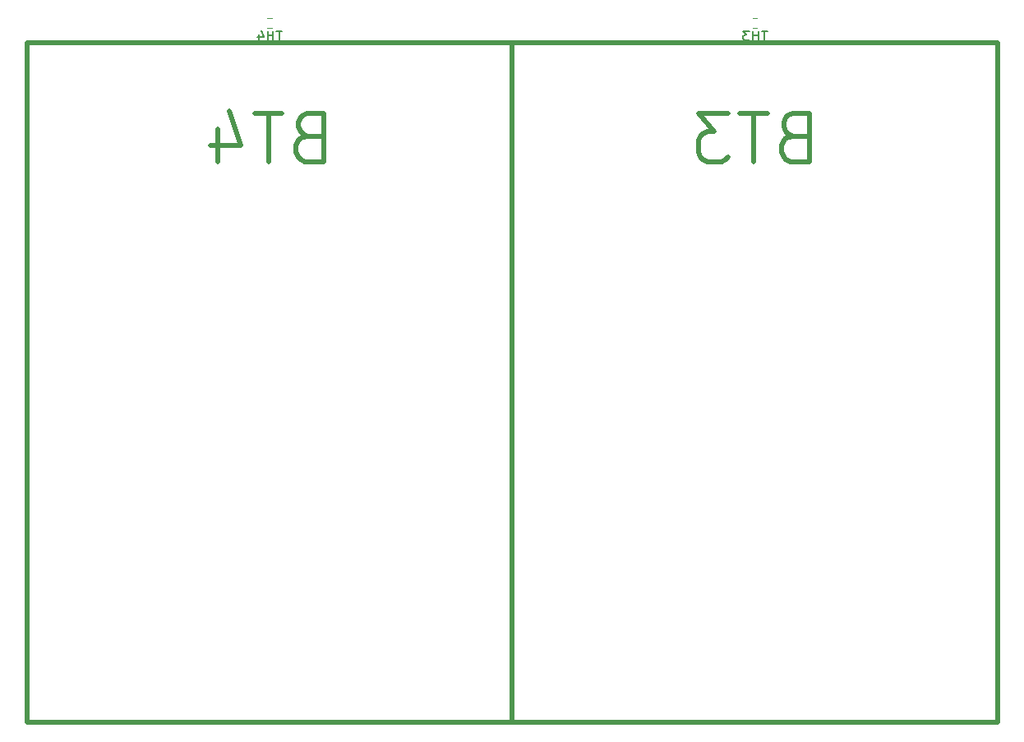
<source format=gbo>
G04 #@! TF.GenerationSoftware,KiCad,Pcbnew,5.0-dev-unknown-bc6763e~61~ubuntu16.04.1*
G04 #@! TF.CreationDate,2018-04-03T01:47:12-04:00*
G04 #@! TF.ProjectId,SB-4S5A,53422D345335412E6B696361645F7063,rev?*
G04 #@! TF.SameCoordinates,Original*
G04 #@! TF.FileFunction,Legend,Bot*
G04 #@! TF.FilePolarity,Positive*
%FSLAX46Y46*%
G04 Gerber Fmt 4.6, Leading zero omitted, Abs format (unit mm)*
G04 Created by KiCad (PCBNEW 5.0-dev-unknown-bc6763e~61~ubuntu16.04.1) date Tue Apr  3 01:47:12 2018*
%MOMM*%
%LPD*%
G01*
G04 APERTURE LIST*
%ADD10C,0.150000*%
%ADD11C,0.500000*%
%ADD12C,0.120000*%
G04 APERTURE END LIST*
D10*
X170000000Y-100000000D02*
X170000000Y-100000000D01*
D11*
X120000000Y-100000000D02*
X170000000Y-100000000D01*
X120000000Y-170000000D02*
X120000000Y-100000000D01*
X170000000Y-170000000D02*
X120000000Y-170000000D01*
X170000000Y-100000000D02*
X170000000Y-170000000D01*
D10*
X120000000Y-100000000D02*
X120000000Y-100000000D01*
D11*
X70000000Y-100000000D02*
X120000000Y-100000000D01*
X70000000Y-170000000D02*
X70000000Y-100000000D01*
X120000000Y-170000000D02*
X70000000Y-170000000D01*
X120000000Y-100000000D02*
X120000000Y-170000000D01*
D12*
X145250000Y-98530000D02*
X144750000Y-98530000D01*
X144750000Y-97470000D02*
X145250000Y-97470000D01*
X94750000Y-97470000D02*
X95250000Y-97470000D01*
X95250000Y-98530000D02*
X94750000Y-98530000D01*
D11*
X148928571Y-109642857D02*
X148214285Y-109880952D01*
X147976190Y-110119047D01*
X147738095Y-110595238D01*
X147738095Y-111309523D01*
X147976190Y-111785714D01*
X148214285Y-112023809D01*
X148690476Y-112261904D01*
X150595238Y-112261904D01*
X150595238Y-107261904D01*
X148928571Y-107261904D01*
X148452380Y-107500000D01*
X148214285Y-107738095D01*
X147976190Y-108214285D01*
X147976190Y-108690476D01*
X148214285Y-109166666D01*
X148452380Y-109404761D01*
X148928571Y-109642857D01*
X150595238Y-109642857D01*
X146309523Y-107261904D02*
X143452380Y-107261904D01*
X144880952Y-112261904D02*
X144880952Y-107261904D01*
X142261904Y-107261904D02*
X139166666Y-107261904D01*
X140833333Y-109166666D01*
X140119047Y-109166666D01*
X139642857Y-109404761D01*
X139404761Y-109642857D01*
X139166666Y-110119047D01*
X139166666Y-111309523D01*
X139404761Y-111785714D01*
X139642857Y-112023809D01*
X140119047Y-112261904D01*
X141547619Y-112261904D01*
X142023809Y-112023809D01*
X142261904Y-111785714D01*
X98928571Y-109642857D02*
X98214285Y-109880952D01*
X97976190Y-110119047D01*
X97738095Y-110595238D01*
X97738095Y-111309523D01*
X97976190Y-111785714D01*
X98214285Y-112023809D01*
X98690476Y-112261904D01*
X100595238Y-112261904D01*
X100595238Y-107261904D01*
X98928571Y-107261904D01*
X98452380Y-107500000D01*
X98214285Y-107738095D01*
X97976190Y-108214285D01*
X97976190Y-108690476D01*
X98214285Y-109166666D01*
X98452380Y-109404761D01*
X98928571Y-109642857D01*
X100595238Y-109642857D01*
X96309523Y-107261904D02*
X93452380Y-107261904D01*
X94880952Y-112261904D02*
X94880952Y-107261904D01*
X89642857Y-108928571D02*
X89642857Y-112261904D01*
X90833333Y-107023809D02*
X92023809Y-110595238D01*
X88928571Y-110595238D01*
D10*
X146285714Y-98802380D02*
X145714285Y-98802380D01*
X146000000Y-99802380D02*
X146000000Y-98802380D01*
X145380952Y-99802380D02*
X145380952Y-98802380D01*
X145380952Y-99278571D02*
X144809523Y-99278571D01*
X144809523Y-99802380D02*
X144809523Y-98802380D01*
X144428571Y-98802380D02*
X143809523Y-98802380D01*
X144142857Y-99183333D01*
X144000000Y-99183333D01*
X143904761Y-99230952D01*
X143857142Y-99278571D01*
X143809523Y-99373809D01*
X143809523Y-99611904D01*
X143857142Y-99707142D01*
X143904761Y-99754761D01*
X144000000Y-99802380D01*
X144285714Y-99802380D01*
X144380952Y-99754761D01*
X144428571Y-99707142D01*
X96285714Y-98802380D02*
X95714285Y-98802380D01*
X96000000Y-99802380D02*
X96000000Y-98802380D01*
X95380952Y-99802380D02*
X95380952Y-98802380D01*
X95380952Y-99278571D02*
X94809523Y-99278571D01*
X94809523Y-99802380D02*
X94809523Y-98802380D01*
X93904761Y-99135714D02*
X93904761Y-99802380D01*
X94142857Y-98754761D02*
X94380952Y-99469047D01*
X93761904Y-99469047D01*
M02*

</source>
